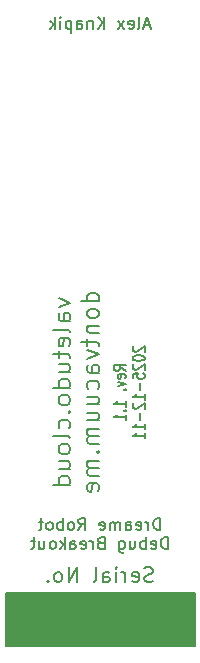
<source format=gbr>
%TF.GenerationSoftware,KiCad,Pcbnew,9.0.6-1.fc43*%
%TF.CreationDate,2025-12-11T00:59:32+10:30*%
%TF.ProjectId,DreameBreakout,44726561-6d65-4427-9265-616b6f75742e,1.1*%
%TF.SameCoordinates,Original*%
%TF.FileFunction,Legend,Bot*%
%TF.FilePolarity,Positive*%
%FSLAX46Y46*%
G04 Gerber Fmt 4.6, Leading zero omitted, Abs format (unit mm)*
G04 Created by KiCad (PCBNEW 9.0.6-1.fc43) date 2025-12-11 00:59:32*
%MOMM*%
%LPD*%
G01*
G04 APERTURE LIST*
%ADD10C,0.150000*%
%ADD11C,0.200000*%
G04 APERTURE END LIST*
D10*
X137625000Y-113375000D02*
X153625000Y-113375000D01*
X153625000Y-117875000D01*
X137625000Y-117875000D01*
X137625000Y-113375000D01*
G36*
X137625000Y-113375000D02*
G01*
X153625000Y-113375000D01*
X153625000Y-117875000D01*
X137625000Y-117875000D01*
X137625000Y-113375000D01*
G37*
X150696428Y-108024847D02*
X150696428Y-107024847D01*
X150696428Y-107024847D02*
X150458333Y-107024847D01*
X150458333Y-107024847D02*
X150315476Y-107072466D01*
X150315476Y-107072466D02*
X150220238Y-107167704D01*
X150220238Y-107167704D02*
X150172619Y-107262942D01*
X150172619Y-107262942D02*
X150125000Y-107453418D01*
X150125000Y-107453418D02*
X150125000Y-107596275D01*
X150125000Y-107596275D02*
X150172619Y-107786751D01*
X150172619Y-107786751D02*
X150220238Y-107881989D01*
X150220238Y-107881989D02*
X150315476Y-107977228D01*
X150315476Y-107977228D02*
X150458333Y-108024847D01*
X150458333Y-108024847D02*
X150696428Y-108024847D01*
X149696428Y-108024847D02*
X149696428Y-107358180D01*
X149696428Y-107548656D02*
X149648809Y-107453418D01*
X149648809Y-107453418D02*
X149601190Y-107405799D01*
X149601190Y-107405799D02*
X149505952Y-107358180D01*
X149505952Y-107358180D02*
X149410714Y-107358180D01*
X148696428Y-107977228D02*
X148791666Y-108024847D01*
X148791666Y-108024847D02*
X148982142Y-108024847D01*
X148982142Y-108024847D02*
X149077380Y-107977228D01*
X149077380Y-107977228D02*
X149124999Y-107881989D01*
X149124999Y-107881989D02*
X149124999Y-107501037D01*
X149124999Y-107501037D02*
X149077380Y-107405799D01*
X149077380Y-107405799D02*
X148982142Y-107358180D01*
X148982142Y-107358180D02*
X148791666Y-107358180D01*
X148791666Y-107358180D02*
X148696428Y-107405799D01*
X148696428Y-107405799D02*
X148648809Y-107501037D01*
X148648809Y-107501037D02*
X148648809Y-107596275D01*
X148648809Y-107596275D02*
X149124999Y-107691513D01*
X147791666Y-108024847D02*
X147791666Y-107501037D01*
X147791666Y-107501037D02*
X147839285Y-107405799D01*
X147839285Y-107405799D02*
X147934523Y-107358180D01*
X147934523Y-107358180D02*
X148124999Y-107358180D01*
X148124999Y-107358180D02*
X148220237Y-107405799D01*
X147791666Y-107977228D02*
X147886904Y-108024847D01*
X147886904Y-108024847D02*
X148124999Y-108024847D01*
X148124999Y-108024847D02*
X148220237Y-107977228D01*
X148220237Y-107977228D02*
X148267856Y-107881989D01*
X148267856Y-107881989D02*
X148267856Y-107786751D01*
X148267856Y-107786751D02*
X148220237Y-107691513D01*
X148220237Y-107691513D02*
X148124999Y-107643894D01*
X148124999Y-107643894D02*
X147886904Y-107643894D01*
X147886904Y-107643894D02*
X147791666Y-107596275D01*
X147315475Y-108024847D02*
X147315475Y-107358180D01*
X147315475Y-107453418D02*
X147267856Y-107405799D01*
X147267856Y-107405799D02*
X147172618Y-107358180D01*
X147172618Y-107358180D02*
X147029761Y-107358180D01*
X147029761Y-107358180D02*
X146934523Y-107405799D01*
X146934523Y-107405799D02*
X146886904Y-107501037D01*
X146886904Y-107501037D02*
X146886904Y-108024847D01*
X146886904Y-107501037D02*
X146839285Y-107405799D01*
X146839285Y-107405799D02*
X146744047Y-107358180D01*
X146744047Y-107358180D02*
X146601190Y-107358180D01*
X146601190Y-107358180D02*
X146505951Y-107405799D01*
X146505951Y-107405799D02*
X146458332Y-107501037D01*
X146458332Y-107501037D02*
X146458332Y-108024847D01*
X145601190Y-107977228D02*
X145696428Y-108024847D01*
X145696428Y-108024847D02*
X145886904Y-108024847D01*
X145886904Y-108024847D02*
X145982142Y-107977228D01*
X145982142Y-107977228D02*
X146029761Y-107881989D01*
X146029761Y-107881989D02*
X146029761Y-107501037D01*
X146029761Y-107501037D02*
X145982142Y-107405799D01*
X145982142Y-107405799D02*
X145886904Y-107358180D01*
X145886904Y-107358180D02*
X145696428Y-107358180D01*
X145696428Y-107358180D02*
X145601190Y-107405799D01*
X145601190Y-107405799D02*
X145553571Y-107501037D01*
X145553571Y-107501037D02*
X145553571Y-107596275D01*
X145553571Y-107596275D02*
X146029761Y-107691513D01*
X143791666Y-108024847D02*
X144124999Y-107548656D01*
X144363094Y-108024847D02*
X144363094Y-107024847D01*
X144363094Y-107024847D02*
X143982142Y-107024847D01*
X143982142Y-107024847D02*
X143886904Y-107072466D01*
X143886904Y-107072466D02*
X143839285Y-107120085D01*
X143839285Y-107120085D02*
X143791666Y-107215323D01*
X143791666Y-107215323D02*
X143791666Y-107358180D01*
X143791666Y-107358180D02*
X143839285Y-107453418D01*
X143839285Y-107453418D02*
X143886904Y-107501037D01*
X143886904Y-107501037D02*
X143982142Y-107548656D01*
X143982142Y-107548656D02*
X144363094Y-107548656D01*
X143220237Y-108024847D02*
X143315475Y-107977228D01*
X143315475Y-107977228D02*
X143363094Y-107929608D01*
X143363094Y-107929608D02*
X143410713Y-107834370D01*
X143410713Y-107834370D02*
X143410713Y-107548656D01*
X143410713Y-107548656D02*
X143363094Y-107453418D01*
X143363094Y-107453418D02*
X143315475Y-107405799D01*
X143315475Y-107405799D02*
X143220237Y-107358180D01*
X143220237Y-107358180D02*
X143077380Y-107358180D01*
X143077380Y-107358180D02*
X142982142Y-107405799D01*
X142982142Y-107405799D02*
X142934523Y-107453418D01*
X142934523Y-107453418D02*
X142886904Y-107548656D01*
X142886904Y-107548656D02*
X142886904Y-107834370D01*
X142886904Y-107834370D02*
X142934523Y-107929608D01*
X142934523Y-107929608D02*
X142982142Y-107977228D01*
X142982142Y-107977228D02*
X143077380Y-108024847D01*
X143077380Y-108024847D02*
X143220237Y-108024847D01*
X142458332Y-108024847D02*
X142458332Y-107024847D01*
X142458332Y-107405799D02*
X142363094Y-107358180D01*
X142363094Y-107358180D02*
X142172618Y-107358180D01*
X142172618Y-107358180D02*
X142077380Y-107405799D01*
X142077380Y-107405799D02*
X142029761Y-107453418D01*
X142029761Y-107453418D02*
X141982142Y-107548656D01*
X141982142Y-107548656D02*
X141982142Y-107834370D01*
X141982142Y-107834370D02*
X142029761Y-107929608D01*
X142029761Y-107929608D02*
X142077380Y-107977228D01*
X142077380Y-107977228D02*
X142172618Y-108024847D01*
X142172618Y-108024847D02*
X142363094Y-108024847D01*
X142363094Y-108024847D02*
X142458332Y-107977228D01*
X141410713Y-108024847D02*
X141505951Y-107977228D01*
X141505951Y-107977228D02*
X141553570Y-107929608D01*
X141553570Y-107929608D02*
X141601189Y-107834370D01*
X141601189Y-107834370D02*
X141601189Y-107548656D01*
X141601189Y-107548656D02*
X141553570Y-107453418D01*
X141553570Y-107453418D02*
X141505951Y-107405799D01*
X141505951Y-107405799D02*
X141410713Y-107358180D01*
X141410713Y-107358180D02*
X141267856Y-107358180D01*
X141267856Y-107358180D02*
X141172618Y-107405799D01*
X141172618Y-107405799D02*
X141124999Y-107453418D01*
X141124999Y-107453418D02*
X141077380Y-107548656D01*
X141077380Y-107548656D02*
X141077380Y-107834370D01*
X141077380Y-107834370D02*
X141124999Y-107929608D01*
X141124999Y-107929608D02*
X141172618Y-107977228D01*
X141172618Y-107977228D02*
X141267856Y-108024847D01*
X141267856Y-108024847D02*
X141410713Y-108024847D01*
X140791665Y-107358180D02*
X140410713Y-107358180D01*
X140648808Y-107024847D02*
X140648808Y-107881989D01*
X140648808Y-107881989D02*
X140601189Y-107977228D01*
X140601189Y-107977228D02*
X140505951Y-108024847D01*
X140505951Y-108024847D02*
X140410713Y-108024847D01*
X151339286Y-109634791D02*
X151339286Y-108634791D01*
X151339286Y-108634791D02*
X151101191Y-108634791D01*
X151101191Y-108634791D02*
X150958334Y-108682410D01*
X150958334Y-108682410D02*
X150863096Y-108777648D01*
X150863096Y-108777648D02*
X150815477Y-108872886D01*
X150815477Y-108872886D02*
X150767858Y-109063362D01*
X150767858Y-109063362D02*
X150767858Y-109206219D01*
X150767858Y-109206219D02*
X150815477Y-109396695D01*
X150815477Y-109396695D02*
X150863096Y-109491933D01*
X150863096Y-109491933D02*
X150958334Y-109587172D01*
X150958334Y-109587172D02*
X151101191Y-109634791D01*
X151101191Y-109634791D02*
X151339286Y-109634791D01*
X149958334Y-109587172D02*
X150053572Y-109634791D01*
X150053572Y-109634791D02*
X150244048Y-109634791D01*
X150244048Y-109634791D02*
X150339286Y-109587172D01*
X150339286Y-109587172D02*
X150386905Y-109491933D01*
X150386905Y-109491933D02*
X150386905Y-109110981D01*
X150386905Y-109110981D02*
X150339286Y-109015743D01*
X150339286Y-109015743D02*
X150244048Y-108968124D01*
X150244048Y-108968124D02*
X150053572Y-108968124D01*
X150053572Y-108968124D02*
X149958334Y-109015743D01*
X149958334Y-109015743D02*
X149910715Y-109110981D01*
X149910715Y-109110981D02*
X149910715Y-109206219D01*
X149910715Y-109206219D02*
X150386905Y-109301457D01*
X149482143Y-109634791D02*
X149482143Y-108634791D01*
X149482143Y-109015743D02*
X149386905Y-108968124D01*
X149386905Y-108968124D02*
X149196429Y-108968124D01*
X149196429Y-108968124D02*
X149101191Y-109015743D01*
X149101191Y-109015743D02*
X149053572Y-109063362D01*
X149053572Y-109063362D02*
X149005953Y-109158600D01*
X149005953Y-109158600D02*
X149005953Y-109444314D01*
X149005953Y-109444314D02*
X149053572Y-109539552D01*
X149053572Y-109539552D02*
X149101191Y-109587172D01*
X149101191Y-109587172D02*
X149196429Y-109634791D01*
X149196429Y-109634791D02*
X149386905Y-109634791D01*
X149386905Y-109634791D02*
X149482143Y-109587172D01*
X148148810Y-108968124D02*
X148148810Y-109634791D01*
X148577381Y-108968124D02*
X148577381Y-109491933D01*
X148577381Y-109491933D02*
X148529762Y-109587172D01*
X148529762Y-109587172D02*
X148434524Y-109634791D01*
X148434524Y-109634791D02*
X148291667Y-109634791D01*
X148291667Y-109634791D02*
X148196429Y-109587172D01*
X148196429Y-109587172D02*
X148148810Y-109539552D01*
X147244048Y-108968124D02*
X147244048Y-109777648D01*
X147244048Y-109777648D02*
X147291667Y-109872886D01*
X147291667Y-109872886D02*
X147339286Y-109920505D01*
X147339286Y-109920505D02*
X147434524Y-109968124D01*
X147434524Y-109968124D02*
X147577381Y-109968124D01*
X147577381Y-109968124D02*
X147672619Y-109920505D01*
X147244048Y-109587172D02*
X147339286Y-109634791D01*
X147339286Y-109634791D02*
X147529762Y-109634791D01*
X147529762Y-109634791D02*
X147625000Y-109587172D01*
X147625000Y-109587172D02*
X147672619Y-109539552D01*
X147672619Y-109539552D02*
X147720238Y-109444314D01*
X147720238Y-109444314D02*
X147720238Y-109158600D01*
X147720238Y-109158600D02*
X147672619Y-109063362D01*
X147672619Y-109063362D02*
X147625000Y-109015743D01*
X147625000Y-109015743D02*
X147529762Y-108968124D01*
X147529762Y-108968124D02*
X147339286Y-108968124D01*
X147339286Y-108968124D02*
X147244048Y-109015743D01*
X145672619Y-109110981D02*
X145529762Y-109158600D01*
X145529762Y-109158600D02*
X145482143Y-109206219D01*
X145482143Y-109206219D02*
X145434524Y-109301457D01*
X145434524Y-109301457D02*
X145434524Y-109444314D01*
X145434524Y-109444314D02*
X145482143Y-109539552D01*
X145482143Y-109539552D02*
X145529762Y-109587172D01*
X145529762Y-109587172D02*
X145625000Y-109634791D01*
X145625000Y-109634791D02*
X146005952Y-109634791D01*
X146005952Y-109634791D02*
X146005952Y-108634791D01*
X146005952Y-108634791D02*
X145672619Y-108634791D01*
X145672619Y-108634791D02*
X145577381Y-108682410D01*
X145577381Y-108682410D02*
X145529762Y-108730029D01*
X145529762Y-108730029D02*
X145482143Y-108825267D01*
X145482143Y-108825267D02*
X145482143Y-108920505D01*
X145482143Y-108920505D02*
X145529762Y-109015743D01*
X145529762Y-109015743D02*
X145577381Y-109063362D01*
X145577381Y-109063362D02*
X145672619Y-109110981D01*
X145672619Y-109110981D02*
X146005952Y-109110981D01*
X145005952Y-109634791D02*
X145005952Y-108968124D01*
X145005952Y-109158600D02*
X144958333Y-109063362D01*
X144958333Y-109063362D02*
X144910714Y-109015743D01*
X144910714Y-109015743D02*
X144815476Y-108968124D01*
X144815476Y-108968124D02*
X144720238Y-108968124D01*
X144005952Y-109587172D02*
X144101190Y-109634791D01*
X144101190Y-109634791D02*
X144291666Y-109634791D01*
X144291666Y-109634791D02*
X144386904Y-109587172D01*
X144386904Y-109587172D02*
X144434523Y-109491933D01*
X144434523Y-109491933D02*
X144434523Y-109110981D01*
X144434523Y-109110981D02*
X144386904Y-109015743D01*
X144386904Y-109015743D02*
X144291666Y-108968124D01*
X144291666Y-108968124D02*
X144101190Y-108968124D01*
X144101190Y-108968124D02*
X144005952Y-109015743D01*
X144005952Y-109015743D02*
X143958333Y-109110981D01*
X143958333Y-109110981D02*
X143958333Y-109206219D01*
X143958333Y-109206219D02*
X144434523Y-109301457D01*
X143101190Y-109634791D02*
X143101190Y-109110981D01*
X143101190Y-109110981D02*
X143148809Y-109015743D01*
X143148809Y-109015743D02*
X143244047Y-108968124D01*
X143244047Y-108968124D02*
X143434523Y-108968124D01*
X143434523Y-108968124D02*
X143529761Y-109015743D01*
X143101190Y-109587172D02*
X143196428Y-109634791D01*
X143196428Y-109634791D02*
X143434523Y-109634791D01*
X143434523Y-109634791D02*
X143529761Y-109587172D01*
X143529761Y-109587172D02*
X143577380Y-109491933D01*
X143577380Y-109491933D02*
X143577380Y-109396695D01*
X143577380Y-109396695D02*
X143529761Y-109301457D01*
X143529761Y-109301457D02*
X143434523Y-109253838D01*
X143434523Y-109253838D02*
X143196428Y-109253838D01*
X143196428Y-109253838D02*
X143101190Y-109206219D01*
X142624999Y-109634791D02*
X142624999Y-108634791D01*
X142529761Y-109253838D02*
X142244047Y-109634791D01*
X142244047Y-108968124D02*
X142624999Y-109349076D01*
X141672618Y-109634791D02*
X141767856Y-109587172D01*
X141767856Y-109587172D02*
X141815475Y-109539552D01*
X141815475Y-109539552D02*
X141863094Y-109444314D01*
X141863094Y-109444314D02*
X141863094Y-109158600D01*
X141863094Y-109158600D02*
X141815475Y-109063362D01*
X141815475Y-109063362D02*
X141767856Y-109015743D01*
X141767856Y-109015743D02*
X141672618Y-108968124D01*
X141672618Y-108968124D02*
X141529761Y-108968124D01*
X141529761Y-108968124D02*
X141434523Y-109015743D01*
X141434523Y-109015743D02*
X141386904Y-109063362D01*
X141386904Y-109063362D02*
X141339285Y-109158600D01*
X141339285Y-109158600D02*
X141339285Y-109444314D01*
X141339285Y-109444314D02*
X141386904Y-109539552D01*
X141386904Y-109539552D02*
X141434523Y-109587172D01*
X141434523Y-109587172D02*
X141529761Y-109634791D01*
X141529761Y-109634791D02*
X141672618Y-109634791D01*
X140482142Y-108968124D02*
X140482142Y-109634791D01*
X140910713Y-108968124D02*
X140910713Y-109491933D01*
X140910713Y-109491933D02*
X140863094Y-109587172D01*
X140863094Y-109587172D02*
X140767856Y-109634791D01*
X140767856Y-109634791D02*
X140624999Y-109634791D01*
X140624999Y-109634791D02*
X140529761Y-109587172D01*
X140529761Y-109587172D02*
X140482142Y-109539552D01*
X140148808Y-108968124D02*
X139767856Y-108968124D01*
X140005951Y-108634791D02*
X140005951Y-109491933D01*
X140005951Y-109491933D02*
X139958332Y-109587172D01*
X139958332Y-109587172D02*
X139863094Y-109634791D01*
X139863094Y-109634791D02*
X139767856Y-109634791D01*
D11*
X149839285Y-65291504D02*
X149363095Y-65291504D01*
X149934523Y-65577219D02*
X149601190Y-64577219D01*
X149601190Y-64577219D02*
X149267857Y-65577219D01*
X148791666Y-65577219D02*
X148886904Y-65529600D01*
X148886904Y-65529600D02*
X148934523Y-65434361D01*
X148934523Y-65434361D02*
X148934523Y-64577219D01*
X148029761Y-65529600D02*
X148124999Y-65577219D01*
X148124999Y-65577219D02*
X148315475Y-65577219D01*
X148315475Y-65577219D02*
X148410713Y-65529600D01*
X148410713Y-65529600D02*
X148458332Y-65434361D01*
X148458332Y-65434361D02*
X148458332Y-65053409D01*
X148458332Y-65053409D02*
X148410713Y-64958171D01*
X148410713Y-64958171D02*
X148315475Y-64910552D01*
X148315475Y-64910552D02*
X148124999Y-64910552D01*
X148124999Y-64910552D02*
X148029761Y-64958171D01*
X148029761Y-64958171D02*
X147982142Y-65053409D01*
X147982142Y-65053409D02*
X147982142Y-65148647D01*
X147982142Y-65148647D02*
X148458332Y-65243885D01*
X147648808Y-65577219D02*
X147124999Y-64910552D01*
X147648808Y-64910552D02*
X147124999Y-65577219D01*
X145982141Y-65577219D02*
X145982141Y-64577219D01*
X145410713Y-65577219D02*
X145839284Y-65005790D01*
X145410713Y-64577219D02*
X145982141Y-65148647D01*
X144982141Y-64910552D02*
X144982141Y-65577219D01*
X144982141Y-65005790D02*
X144934522Y-64958171D01*
X144934522Y-64958171D02*
X144839284Y-64910552D01*
X144839284Y-64910552D02*
X144696427Y-64910552D01*
X144696427Y-64910552D02*
X144601189Y-64958171D01*
X144601189Y-64958171D02*
X144553570Y-65053409D01*
X144553570Y-65053409D02*
X144553570Y-65577219D01*
X143648808Y-65577219D02*
X143648808Y-65053409D01*
X143648808Y-65053409D02*
X143696427Y-64958171D01*
X143696427Y-64958171D02*
X143791665Y-64910552D01*
X143791665Y-64910552D02*
X143982141Y-64910552D01*
X143982141Y-64910552D02*
X144077379Y-64958171D01*
X143648808Y-65529600D02*
X143744046Y-65577219D01*
X143744046Y-65577219D02*
X143982141Y-65577219D01*
X143982141Y-65577219D02*
X144077379Y-65529600D01*
X144077379Y-65529600D02*
X144124998Y-65434361D01*
X144124998Y-65434361D02*
X144124998Y-65339123D01*
X144124998Y-65339123D02*
X144077379Y-65243885D01*
X144077379Y-65243885D02*
X143982141Y-65196266D01*
X143982141Y-65196266D02*
X143744046Y-65196266D01*
X143744046Y-65196266D02*
X143648808Y-65148647D01*
X143172617Y-64910552D02*
X143172617Y-65910552D01*
X143172617Y-64958171D02*
X143077379Y-64910552D01*
X143077379Y-64910552D02*
X142886903Y-64910552D01*
X142886903Y-64910552D02*
X142791665Y-64958171D01*
X142791665Y-64958171D02*
X142744046Y-65005790D01*
X142744046Y-65005790D02*
X142696427Y-65101028D01*
X142696427Y-65101028D02*
X142696427Y-65386742D01*
X142696427Y-65386742D02*
X142744046Y-65481980D01*
X142744046Y-65481980D02*
X142791665Y-65529600D01*
X142791665Y-65529600D02*
X142886903Y-65577219D01*
X142886903Y-65577219D02*
X143077379Y-65577219D01*
X143077379Y-65577219D02*
X143172617Y-65529600D01*
X142267855Y-65577219D02*
X142267855Y-64910552D01*
X142267855Y-64577219D02*
X142315474Y-64624838D01*
X142315474Y-64624838D02*
X142267855Y-64672457D01*
X142267855Y-64672457D02*
X142220236Y-64624838D01*
X142220236Y-64624838D02*
X142267855Y-64577219D01*
X142267855Y-64577219D02*
X142267855Y-64672457D01*
X141791665Y-65577219D02*
X141791665Y-64577219D01*
X141696427Y-65196266D02*
X141410713Y-65577219D01*
X141410713Y-64910552D02*
X141791665Y-65291504D01*
X142101070Y-88410714D02*
X143101070Y-88767857D01*
X143101070Y-88767857D02*
X142101070Y-89125000D01*
X143101070Y-90339286D02*
X142315356Y-90339286D01*
X142315356Y-90339286D02*
X142172499Y-90267857D01*
X142172499Y-90267857D02*
X142101070Y-90125000D01*
X142101070Y-90125000D02*
X142101070Y-89839286D01*
X142101070Y-89839286D02*
X142172499Y-89696428D01*
X143029642Y-90339286D02*
X143101070Y-90196428D01*
X143101070Y-90196428D02*
X143101070Y-89839286D01*
X143101070Y-89839286D02*
X143029642Y-89696428D01*
X143029642Y-89696428D02*
X142886784Y-89625000D01*
X142886784Y-89625000D02*
X142743927Y-89625000D01*
X142743927Y-89625000D02*
X142601070Y-89696428D01*
X142601070Y-89696428D02*
X142529642Y-89839286D01*
X142529642Y-89839286D02*
X142529642Y-90196428D01*
X142529642Y-90196428D02*
X142458213Y-90339286D01*
X143101070Y-91267857D02*
X143029642Y-91125000D01*
X143029642Y-91125000D02*
X142886784Y-91053571D01*
X142886784Y-91053571D02*
X141601070Y-91053571D01*
X143029642Y-92410714D02*
X143101070Y-92267857D01*
X143101070Y-92267857D02*
X143101070Y-91982143D01*
X143101070Y-91982143D02*
X143029642Y-91839285D01*
X143029642Y-91839285D02*
X142886784Y-91767857D01*
X142886784Y-91767857D02*
X142315356Y-91767857D01*
X142315356Y-91767857D02*
X142172499Y-91839285D01*
X142172499Y-91839285D02*
X142101070Y-91982143D01*
X142101070Y-91982143D02*
X142101070Y-92267857D01*
X142101070Y-92267857D02*
X142172499Y-92410714D01*
X142172499Y-92410714D02*
X142315356Y-92482143D01*
X142315356Y-92482143D02*
X142458213Y-92482143D01*
X142458213Y-92482143D02*
X142601070Y-91767857D01*
X142101070Y-92910714D02*
X142101070Y-93482142D01*
X141601070Y-93124999D02*
X142886784Y-93124999D01*
X142886784Y-93124999D02*
X143029642Y-93196428D01*
X143029642Y-93196428D02*
X143101070Y-93339285D01*
X143101070Y-93339285D02*
X143101070Y-93482142D01*
X142101070Y-94625000D02*
X143101070Y-94625000D01*
X142101070Y-93982142D02*
X142886784Y-93982142D01*
X142886784Y-93982142D02*
X143029642Y-94053571D01*
X143029642Y-94053571D02*
X143101070Y-94196428D01*
X143101070Y-94196428D02*
X143101070Y-94410714D01*
X143101070Y-94410714D02*
X143029642Y-94553571D01*
X143029642Y-94553571D02*
X142958213Y-94625000D01*
X143101070Y-95982143D02*
X141601070Y-95982143D01*
X143029642Y-95982143D02*
X143101070Y-95839285D01*
X143101070Y-95839285D02*
X143101070Y-95553571D01*
X143101070Y-95553571D02*
X143029642Y-95410714D01*
X143029642Y-95410714D02*
X142958213Y-95339285D01*
X142958213Y-95339285D02*
X142815356Y-95267857D01*
X142815356Y-95267857D02*
X142386784Y-95267857D01*
X142386784Y-95267857D02*
X142243927Y-95339285D01*
X142243927Y-95339285D02*
X142172499Y-95410714D01*
X142172499Y-95410714D02*
X142101070Y-95553571D01*
X142101070Y-95553571D02*
X142101070Y-95839285D01*
X142101070Y-95839285D02*
X142172499Y-95982143D01*
X143101070Y-96910714D02*
X143029642Y-96767857D01*
X143029642Y-96767857D02*
X142958213Y-96696428D01*
X142958213Y-96696428D02*
X142815356Y-96625000D01*
X142815356Y-96625000D02*
X142386784Y-96625000D01*
X142386784Y-96625000D02*
X142243927Y-96696428D01*
X142243927Y-96696428D02*
X142172499Y-96767857D01*
X142172499Y-96767857D02*
X142101070Y-96910714D01*
X142101070Y-96910714D02*
X142101070Y-97125000D01*
X142101070Y-97125000D02*
X142172499Y-97267857D01*
X142172499Y-97267857D02*
X142243927Y-97339286D01*
X142243927Y-97339286D02*
X142386784Y-97410714D01*
X142386784Y-97410714D02*
X142815356Y-97410714D01*
X142815356Y-97410714D02*
X142958213Y-97339286D01*
X142958213Y-97339286D02*
X143029642Y-97267857D01*
X143029642Y-97267857D02*
X143101070Y-97125000D01*
X143101070Y-97125000D02*
X143101070Y-96910714D01*
X142958213Y-98053571D02*
X143029642Y-98125000D01*
X143029642Y-98125000D02*
X143101070Y-98053571D01*
X143101070Y-98053571D02*
X143029642Y-97982143D01*
X143029642Y-97982143D02*
X142958213Y-98053571D01*
X142958213Y-98053571D02*
X143101070Y-98053571D01*
X143029642Y-99410715D02*
X143101070Y-99267857D01*
X143101070Y-99267857D02*
X143101070Y-98982143D01*
X143101070Y-98982143D02*
X143029642Y-98839286D01*
X143029642Y-98839286D02*
X142958213Y-98767857D01*
X142958213Y-98767857D02*
X142815356Y-98696429D01*
X142815356Y-98696429D02*
X142386784Y-98696429D01*
X142386784Y-98696429D02*
X142243927Y-98767857D01*
X142243927Y-98767857D02*
X142172499Y-98839286D01*
X142172499Y-98839286D02*
X142101070Y-98982143D01*
X142101070Y-98982143D02*
X142101070Y-99267857D01*
X142101070Y-99267857D02*
X142172499Y-99410715D01*
X143101070Y-100267857D02*
X143029642Y-100125000D01*
X143029642Y-100125000D02*
X142886784Y-100053571D01*
X142886784Y-100053571D02*
X141601070Y-100053571D01*
X143101070Y-101053571D02*
X143029642Y-100910714D01*
X143029642Y-100910714D02*
X142958213Y-100839285D01*
X142958213Y-100839285D02*
X142815356Y-100767857D01*
X142815356Y-100767857D02*
X142386784Y-100767857D01*
X142386784Y-100767857D02*
X142243927Y-100839285D01*
X142243927Y-100839285D02*
X142172499Y-100910714D01*
X142172499Y-100910714D02*
X142101070Y-101053571D01*
X142101070Y-101053571D02*
X142101070Y-101267857D01*
X142101070Y-101267857D02*
X142172499Y-101410714D01*
X142172499Y-101410714D02*
X142243927Y-101482143D01*
X142243927Y-101482143D02*
X142386784Y-101553571D01*
X142386784Y-101553571D02*
X142815356Y-101553571D01*
X142815356Y-101553571D02*
X142958213Y-101482143D01*
X142958213Y-101482143D02*
X143029642Y-101410714D01*
X143029642Y-101410714D02*
X143101070Y-101267857D01*
X143101070Y-101267857D02*
X143101070Y-101053571D01*
X142101070Y-102839286D02*
X143101070Y-102839286D01*
X142101070Y-102196428D02*
X142886784Y-102196428D01*
X142886784Y-102196428D02*
X143029642Y-102267857D01*
X143029642Y-102267857D02*
X143101070Y-102410714D01*
X143101070Y-102410714D02*
X143101070Y-102625000D01*
X143101070Y-102625000D02*
X143029642Y-102767857D01*
X143029642Y-102767857D02*
X142958213Y-102839286D01*
X143101070Y-104196429D02*
X141601070Y-104196429D01*
X143029642Y-104196429D02*
X143101070Y-104053571D01*
X143101070Y-104053571D02*
X143101070Y-103767857D01*
X143101070Y-103767857D02*
X143029642Y-103625000D01*
X143029642Y-103625000D02*
X142958213Y-103553571D01*
X142958213Y-103553571D02*
X142815356Y-103482143D01*
X142815356Y-103482143D02*
X142386784Y-103482143D01*
X142386784Y-103482143D02*
X142243927Y-103553571D01*
X142243927Y-103553571D02*
X142172499Y-103625000D01*
X142172499Y-103625000D02*
X142101070Y-103767857D01*
X142101070Y-103767857D02*
X142101070Y-104053571D01*
X142101070Y-104053571D02*
X142172499Y-104196429D01*
X145515986Y-88660714D02*
X144015986Y-88660714D01*
X145444558Y-88660714D02*
X145515986Y-88517856D01*
X145515986Y-88517856D02*
X145515986Y-88232142D01*
X145515986Y-88232142D02*
X145444558Y-88089285D01*
X145444558Y-88089285D02*
X145373129Y-88017856D01*
X145373129Y-88017856D02*
X145230272Y-87946428D01*
X145230272Y-87946428D02*
X144801700Y-87946428D01*
X144801700Y-87946428D02*
X144658843Y-88017856D01*
X144658843Y-88017856D02*
X144587415Y-88089285D01*
X144587415Y-88089285D02*
X144515986Y-88232142D01*
X144515986Y-88232142D02*
X144515986Y-88517856D01*
X144515986Y-88517856D02*
X144587415Y-88660714D01*
X145515986Y-89589285D02*
X145444558Y-89446428D01*
X145444558Y-89446428D02*
X145373129Y-89374999D01*
X145373129Y-89374999D02*
X145230272Y-89303571D01*
X145230272Y-89303571D02*
X144801700Y-89303571D01*
X144801700Y-89303571D02*
X144658843Y-89374999D01*
X144658843Y-89374999D02*
X144587415Y-89446428D01*
X144587415Y-89446428D02*
X144515986Y-89589285D01*
X144515986Y-89589285D02*
X144515986Y-89803571D01*
X144515986Y-89803571D02*
X144587415Y-89946428D01*
X144587415Y-89946428D02*
X144658843Y-90017857D01*
X144658843Y-90017857D02*
X144801700Y-90089285D01*
X144801700Y-90089285D02*
X145230272Y-90089285D01*
X145230272Y-90089285D02*
X145373129Y-90017857D01*
X145373129Y-90017857D02*
X145444558Y-89946428D01*
X145444558Y-89946428D02*
X145515986Y-89803571D01*
X145515986Y-89803571D02*
X145515986Y-89589285D01*
X144515986Y-90732142D02*
X145515986Y-90732142D01*
X144658843Y-90732142D02*
X144587415Y-90803571D01*
X144587415Y-90803571D02*
X144515986Y-90946428D01*
X144515986Y-90946428D02*
X144515986Y-91160714D01*
X144515986Y-91160714D02*
X144587415Y-91303571D01*
X144587415Y-91303571D02*
X144730272Y-91375000D01*
X144730272Y-91375000D02*
X145515986Y-91375000D01*
X144515986Y-91875000D02*
X144515986Y-92446428D01*
X144015986Y-92089285D02*
X145301700Y-92089285D01*
X145301700Y-92089285D02*
X145444558Y-92160714D01*
X145444558Y-92160714D02*
X145515986Y-92303571D01*
X145515986Y-92303571D02*
X145515986Y-92446428D01*
X144515986Y-92803571D02*
X145515986Y-93160714D01*
X145515986Y-93160714D02*
X144515986Y-93517857D01*
X145515986Y-94732143D02*
X144730272Y-94732143D01*
X144730272Y-94732143D02*
X144587415Y-94660714D01*
X144587415Y-94660714D02*
X144515986Y-94517857D01*
X144515986Y-94517857D02*
X144515986Y-94232143D01*
X144515986Y-94232143D02*
X144587415Y-94089285D01*
X145444558Y-94732143D02*
X145515986Y-94589285D01*
X145515986Y-94589285D02*
X145515986Y-94232143D01*
X145515986Y-94232143D02*
X145444558Y-94089285D01*
X145444558Y-94089285D02*
X145301700Y-94017857D01*
X145301700Y-94017857D02*
X145158843Y-94017857D01*
X145158843Y-94017857D02*
X145015986Y-94089285D01*
X145015986Y-94089285D02*
X144944558Y-94232143D01*
X144944558Y-94232143D02*
X144944558Y-94589285D01*
X144944558Y-94589285D02*
X144873129Y-94732143D01*
X145444558Y-96089286D02*
X145515986Y-95946428D01*
X145515986Y-95946428D02*
X145515986Y-95660714D01*
X145515986Y-95660714D02*
X145444558Y-95517857D01*
X145444558Y-95517857D02*
X145373129Y-95446428D01*
X145373129Y-95446428D02*
X145230272Y-95375000D01*
X145230272Y-95375000D02*
X144801700Y-95375000D01*
X144801700Y-95375000D02*
X144658843Y-95446428D01*
X144658843Y-95446428D02*
X144587415Y-95517857D01*
X144587415Y-95517857D02*
X144515986Y-95660714D01*
X144515986Y-95660714D02*
X144515986Y-95946428D01*
X144515986Y-95946428D02*
X144587415Y-96089286D01*
X144515986Y-97375000D02*
X145515986Y-97375000D01*
X144515986Y-96732142D02*
X145301700Y-96732142D01*
X145301700Y-96732142D02*
X145444558Y-96803571D01*
X145444558Y-96803571D02*
X145515986Y-96946428D01*
X145515986Y-96946428D02*
X145515986Y-97160714D01*
X145515986Y-97160714D02*
X145444558Y-97303571D01*
X145444558Y-97303571D02*
X145373129Y-97375000D01*
X144515986Y-98732143D02*
X145515986Y-98732143D01*
X144515986Y-98089285D02*
X145301700Y-98089285D01*
X145301700Y-98089285D02*
X145444558Y-98160714D01*
X145444558Y-98160714D02*
X145515986Y-98303571D01*
X145515986Y-98303571D02*
X145515986Y-98517857D01*
X145515986Y-98517857D02*
X145444558Y-98660714D01*
X145444558Y-98660714D02*
X145373129Y-98732143D01*
X145515986Y-99446428D02*
X144515986Y-99446428D01*
X144658843Y-99446428D02*
X144587415Y-99517857D01*
X144587415Y-99517857D02*
X144515986Y-99660714D01*
X144515986Y-99660714D02*
X144515986Y-99875000D01*
X144515986Y-99875000D02*
X144587415Y-100017857D01*
X144587415Y-100017857D02*
X144730272Y-100089286D01*
X144730272Y-100089286D02*
X145515986Y-100089286D01*
X144730272Y-100089286D02*
X144587415Y-100160714D01*
X144587415Y-100160714D02*
X144515986Y-100303571D01*
X144515986Y-100303571D02*
X144515986Y-100517857D01*
X144515986Y-100517857D02*
X144587415Y-100660714D01*
X144587415Y-100660714D02*
X144730272Y-100732143D01*
X144730272Y-100732143D02*
X145515986Y-100732143D01*
X145373129Y-101446428D02*
X145444558Y-101517857D01*
X145444558Y-101517857D02*
X145515986Y-101446428D01*
X145515986Y-101446428D02*
X145444558Y-101375000D01*
X145444558Y-101375000D02*
X145373129Y-101446428D01*
X145373129Y-101446428D02*
X145515986Y-101446428D01*
X145515986Y-102160714D02*
X144515986Y-102160714D01*
X144658843Y-102160714D02*
X144587415Y-102232143D01*
X144587415Y-102232143D02*
X144515986Y-102375000D01*
X144515986Y-102375000D02*
X144515986Y-102589286D01*
X144515986Y-102589286D02*
X144587415Y-102732143D01*
X144587415Y-102732143D02*
X144730272Y-102803572D01*
X144730272Y-102803572D02*
X145515986Y-102803572D01*
X144730272Y-102803572D02*
X144587415Y-102875000D01*
X144587415Y-102875000D02*
X144515986Y-103017857D01*
X144515986Y-103017857D02*
X144515986Y-103232143D01*
X144515986Y-103232143D02*
X144587415Y-103375000D01*
X144587415Y-103375000D02*
X144730272Y-103446429D01*
X144730272Y-103446429D02*
X145515986Y-103446429D01*
X145444558Y-104732143D02*
X145515986Y-104589286D01*
X145515986Y-104589286D02*
X145515986Y-104303572D01*
X145515986Y-104303572D02*
X145444558Y-104160714D01*
X145444558Y-104160714D02*
X145301700Y-104089286D01*
X145301700Y-104089286D02*
X144730272Y-104089286D01*
X144730272Y-104089286D02*
X144587415Y-104160714D01*
X144587415Y-104160714D02*
X144515986Y-104303572D01*
X144515986Y-104303572D02*
X144515986Y-104589286D01*
X144515986Y-104589286D02*
X144587415Y-104732143D01*
X144587415Y-104732143D02*
X144730272Y-104803572D01*
X144730272Y-104803572D02*
X144873129Y-104803572D01*
X144873129Y-104803572D02*
X145015986Y-104089286D01*
D10*
X150089285Y-112385950D02*
X149910714Y-112445473D01*
X149910714Y-112445473D02*
X149613095Y-112445473D01*
X149613095Y-112445473D02*
X149494047Y-112385950D01*
X149494047Y-112385950D02*
X149434523Y-112326426D01*
X149434523Y-112326426D02*
X149375000Y-112207378D01*
X149375000Y-112207378D02*
X149375000Y-112088330D01*
X149375000Y-112088330D02*
X149434523Y-111969283D01*
X149434523Y-111969283D02*
X149494047Y-111909759D01*
X149494047Y-111909759D02*
X149613095Y-111850235D01*
X149613095Y-111850235D02*
X149851190Y-111790711D01*
X149851190Y-111790711D02*
X149970238Y-111731188D01*
X149970238Y-111731188D02*
X150029761Y-111671664D01*
X150029761Y-111671664D02*
X150089285Y-111552616D01*
X150089285Y-111552616D02*
X150089285Y-111433569D01*
X150089285Y-111433569D02*
X150029761Y-111314521D01*
X150029761Y-111314521D02*
X149970238Y-111254997D01*
X149970238Y-111254997D02*
X149851190Y-111195473D01*
X149851190Y-111195473D02*
X149553571Y-111195473D01*
X149553571Y-111195473D02*
X149375000Y-111254997D01*
X148363095Y-112385950D02*
X148482143Y-112445473D01*
X148482143Y-112445473D02*
X148720238Y-112445473D01*
X148720238Y-112445473D02*
X148839285Y-112385950D01*
X148839285Y-112385950D02*
X148898809Y-112266902D01*
X148898809Y-112266902D02*
X148898809Y-111790711D01*
X148898809Y-111790711D02*
X148839285Y-111671664D01*
X148839285Y-111671664D02*
X148720238Y-111612140D01*
X148720238Y-111612140D02*
X148482143Y-111612140D01*
X148482143Y-111612140D02*
X148363095Y-111671664D01*
X148363095Y-111671664D02*
X148303571Y-111790711D01*
X148303571Y-111790711D02*
X148303571Y-111909759D01*
X148303571Y-111909759D02*
X148898809Y-112028807D01*
X147767856Y-112445473D02*
X147767856Y-111612140D01*
X147767856Y-111850235D02*
X147708333Y-111731188D01*
X147708333Y-111731188D02*
X147648809Y-111671664D01*
X147648809Y-111671664D02*
X147529761Y-111612140D01*
X147529761Y-111612140D02*
X147410714Y-111612140D01*
X146994046Y-112445473D02*
X146994046Y-111612140D01*
X146994046Y-111195473D02*
X147053570Y-111254997D01*
X147053570Y-111254997D02*
X146994046Y-111314521D01*
X146994046Y-111314521D02*
X146934523Y-111254997D01*
X146934523Y-111254997D02*
X146994046Y-111195473D01*
X146994046Y-111195473D02*
X146994046Y-111314521D01*
X145863094Y-112445473D02*
X145863094Y-111790711D01*
X145863094Y-111790711D02*
X145922618Y-111671664D01*
X145922618Y-111671664D02*
X146041666Y-111612140D01*
X146041666Y-111612140D02*
X146279761Y-111612140D01*
X146279761Y-111612140D02*
X146398808Y-111671664D01*
X145863094Y-112385950D02*
X145982142Y-112445473D01*
X145982142Y-112445473D02*
X146279761Y-112445473D01*
X146279761Y-112445473D02*
X146398808Y-112385950D01*
X146398808Y-112385950D02*
X146458332Y-112266902D01*
X146458332Y-112266902D02*
X146458332Y-112147854D01*
X146458332Y-112147854D02*
X146398808Y-112028807D01*
X146398808Y-112028807D02*
X146279761Y-111969283D01*
X146279761Y-111969283D02*
X145982142Y-111969283D01*
X145982142Y-111969283D02*
X145863094Y-111909759D01*
X145089285Y-112445473D02*
X145208333Y-112385950D01*
X145208333Y-112385950D02*
X145267856Y-112266902D01*
X145267856Y-112266902D02*
X145267856Y-111195473D01*
X143660713Y-112445473D02*
X143660713Y-111195473D01*
X143660713Y-111195473D02*
X142946428Y-112445473D01*
X142946428Y-112445473D02*
X142946428Y-111195473D01*
X142172618Y-112445473D02*
X142291666Y-112385950D01*
X142291666Y-112385950D02*
X142351189Y-112326426D01*
X142351189Y-112326426D02*
X142410713Y-112207378D01*
X142410713Y-112207378D02*
X142410713Y-111850235D01*
X142410713Y-111850235D02*
X142351189Y-111731188D01*
X142351189Y-111731188D02*
X142291666Y-111671664D01*
X142291666Y-111671664D02*
X142172618Y-111612140D01*
X142172618Y-111612140D02*
X141994047Y-111612140D01*
X141994047Y-111612140D02*
X141874999Y-111671664D01*
X141874999Y-111671664D02*
X141815475Y-111731188D01*
X141815475Y-111731188D02*
X141755951Y-111850235D01*
X141755951Y-111850235D02*
X141755951Y-112207378D01*
X141755951Y-112207378D02*
X141815475Y-112326426D01*
X141815475Y-112326426D02*
X141874999Y-112385950D01*
X141874999Y-112385950D02*
X141994047Y-112445473D01*
X141994047Y-112445473D02*
X142172618Y-112445473D01*
X141220237Y-112326426D02*
X141160714Y-112385950D01*
X141160714Y-112385950D02*
X141220237Y-112445473D01*
X141220237Y-112445473D02*
X141279761Y-112385950D01*
X141279761Y-112385950D02*
X141220237Y-112326426D01*
X141220237Y-112326426D02*
X141220237Y-112445473D01*
X147774847Y-94527381D02*
X147298656Y-94260714D01*
X147774847Y-94070238D02*
X146774847Y-94070238D01*
X146774847Y-94070238D02*
X146774847Y-94375000D01*
X146774847Y-94375000D02*
X146822466Y-94451190D01*
X146822466Y-94451190D02*
X146870085Y-94489285D01*
X146870085Y-94489285D02*
X146965323Y-94527381D01*
X146965323Y-94527381D02*
X147108180Y-94527381D01*
X147108180Y-94527381D02*
X147203418Y-94489285D01*
X147203418Y-94489285D02*
X147251037Y-94451190D01*
X147251037Y-94451190D02*
X147298656Y-94375000D01*
X147298656Y-94375000D02*
X147298656Y-94070238D01*
X147727228Y-95175000D02*
X147774847Y-95098809D01*
X147774847Y-95098809D02*
X147774847Y-94946428D01*
X147774847Y-94946428D02*
X147727228Y-94870238D01*
X147727228Y-94870238D02*
X147631989Y-94832142D01*
X147631989Y-94832142D02*
X147251037Y-94832142D01*
X147251037Y-94832142D02*
X147155799Y-94870238D01*
X147155799Y-94870238D02*
X147108180Y-94946428D01*
X147108180Y-94946428D02*
X147108180Y-95098809D01*
X147108180Y-95098809D02*
X147155799Y-95175000D01*
X147155799Y-95175000D02*
X147251037Y-95213095D01*
X147251037Y-95213095D02*
X147346275Y-95213095D01*
X147346275Y-95213095D02*
X147441513Y-94832142D01*
X147108180Y-95479761D02*
X147774847Y-95670237D01*
X147774847Y-95670237D02*
X147108180Y-95860714D01*
X147679608Y-96165476D02*
X147727228Y-96203571D01*
X147727228Y-96203571D02*
X147774847Y-96165476D01*
X147774847Y-96165476D02*
X147727228Y-96127380D01*
X147727228Y-96127380D02*
X147679608Y-96165476D01*
X147679608Y-96165476D02*
X147774847Y-96165476D01*
X147774847Y-97574999D02*
X147774847Y-97117856D01*
X147774847Y-97346428D02*
X146774847Y-97346428D01*
X146774847Y-97346428D02*
X146917704Y-97270237D01*
X146917704Y-97270237D02*
X147012942Y-97194047D01*
X147012942Y-97194047D02*
X147060561Y-97117856D01*
X147679608Y-97917857D02*
X147727228Y-97955952D01*
X147727228Y-97955952D02*
X147774847Y-97917857D01*
X147774847Y-97917857D02*
X147727228Y-97879761D01*
X147727228Y-97879761D02*
X147679608Y-97917857D01*
X147679608Y-97917857D02*
X147774847Y-97917857D01*
X147774847Y-98717856D02*
X147774847Y-98260713D01*
X147774847Y-98489285D02*
X146774847Y-98489285D01*
X146774847Y-98489285D02*
X146917704Y-98413094D01*
X146917704Y-98413094D02*
X147012942Y-98336904D01*
X147012942Y-98336904D02*
X147060561Y-98260713D01*
X148480029Y-92489284D02*
X148432410Y-92527380D01*
X148432410Y-92527380D02*
X148384791Y-92603570D01*
X148384791Y-92603570D02*
X148384791Y-92794046D01*
X148384791Y-92794046D02*
X148432410Y-92870237D01*
X148432410Y-92870237D02*
X148480029Y-92908332D01*
X148480029Y-92908332D02*
X148575267Y-92946427D01*
X148575267Y-92946427D02*
X148670505Y-92946427D01*
X148670505Y-92946427D02*
X148813362Y-92908332D01*
X148813362Y-92908332D02*
X149384791Y-92451189D01*
X149384791Y-92451189D02*
X149384791Y-92946427D01*
X148384791Y-93441666D02*
X148384791Y-93517856D01*
X148384791Y-93517856D02*
X148432410Y-93594047D01*
X148432410Y-93594047D02*
X148480029Y-93632142D01*
X148480029Y-93632142D02*
X148575267Y-93670237D01*
X148575267Y-93670237D02*
X148765743Y-93708332D01*
X148765743Y-93708332D02*
X149003838Y-93708332D01*
X149003838Y-93708332D02*
X149194314Y-93670237D01*
X149194314Y-93670237D02*
X149289552Y-93632142D01*
X149289552Y-93632142D02*
X149337172Y-93594047D01*
X149337172Y-93594047D02*
X149384791Y-93517856D01*
X149384791Y-93517856D02*
X149384791Y-93441666D01*
X149384791Y-93441666D02*
X149337172Y-93365475D01*
X149337172Y-93365475D02*
X149289552Y-93327380D01*
X149289552Y-93327380D02*
X149194314Y-93289285D01*
X149194314Y-93289285D02*
X149003838Y-93251189D01*
X149003838Y-93251189D02*
X148765743Y-93251189D01*
X148765743Y-93251189D02*
X148575267Y-93289285D01*
X148575267Y-93289285D02*
X148480029Y-93327380D01*
X148480029Y-93327380D02*
X148432410Y-93365475D01*
X148432410Y-93365475D02*
X148384791Y-93441666D01*
X148480029Y-94013094D02*
X148432410Y-94051190D01*
X148432410Y-94051190D02*
X148384791Y-94127380D01*
X148384791Y-94127380D02*
X148384791Y-94317856D01*
X148384791Y-94317856D02*
X148432410Y-94394047D01*
X148432410Y-94394047D02*
X148480029Y-94432142D01*
X148480029Y-94432142D02*
X148575267Y-94470237D01*
X148575267Y-94470237D02*
X148670505Y-94470237D01*
X148670505Y-94470237D02*
X148813362Y-94432142D01*
X148813362Y-94432142D02*
X149384791Y-93974999D01*
X149384791Y-93974999D02*
X149384791Y-94470237D01*
X148384791Y-95194047D02*
X148384791Y-94813095D01*
X148384791Y-94813095D02*
X148860981Y-94774999D01*
X148860981Y-94774999D02*
X148813362Y-94813095D01*
X148813362Y-94813095D02*
X148765743Y-94889285D01*
X148765743Y-94889285D02*
X148765743Y-95079761D01*
X148765743Y-95079761D02*
X148813362Y-95155952D01*
X148813362Y-95155952D02*
X148860981Y-95194047D01*
X148860981Y-95194047D02*
X148956219Y-95232142D01*
X148956219Y-95232142D02*
X149194314Y-95232142D01*
X149194314Y-95232142D02*
X149289552Y-95194047D01*
X149289552Y-95194047D02*
X149337172Y-95155952D01*
X149337172Y-95155952D02*
X149384791Y-95079761D01*
X149384791Y-95079761D02*
X149384791Y-94889285D01*
X149384791Y-94889285D02*
X149337172Y-94813095D01*
X149337172Y-94813095D02*
X149289552Y-94774999D01*
X149003838Y-95575000D02*
X149003838Y-96184524D01*
X149384791Y-96984523D02*
X149384791Y-96527380D01*
X149384791Y-96755952D02*
X148384791Y-96755952D01*
X148384791Y-96755952D02*
X148527648Y-96679761D01*
X148527648Y-96679761D02*
X148622886Y-96603571D01*
X148622886Y-96603571D02*
X148670505Y-96527380D01*
X148480029Y-97289285D02*
X148432410Y-97327381D01*
X148432410Y-97327381D02*
X148384791Y-97403571D01*
X148384791Y-97403571D02*
X148384791Y-97594047D01*
X148384791Y-97594047D02*
X148432410Y-97670238D01*
X148432410Y-97670238D02*
X148480029Y-97708333D01*
X148480029Y-97708333D02*
X148575267Y-97746428D01*
X148575267Y-97746428D02*
X148670505Y-97746428D01*
X148670505Y-97746428D02*
X148813362Y-97708333D01*
X148813362Y-97708333D02*
X149384791Y-97251190D01*
X149384791Y-97251190D02*
X149384791Y-97746428D01*
X149003838Y-98089286D02*
X149003838Y-98698810D01*
X149384791Y-99498809D02*
X149384791Y-99041666D01*
X149384791Y-99270238D02*
X148384791Y-99270238D01*
X148384791Y-99270238D02*
X148527648Y-99194047D01*
X148527648Y-99194047D02*
X148622886Y-99117857D01*
X148622886Y-99117857D02*
X148670505Y-99041666D01*
X149384791Y-100260714D02*
X149384791Y-99803571D01*
X149384791Y-100032143D02*
X148384791Y-100032143D01*
X148384791Y-100032143D02*
X148527648Y-99955952D01*
X148527648Y-99955952D02*
X148622886Y-99879762D01*
X148622886Y-99879762D02*
X148670505Y-99803571D01*
M02*

</source>
